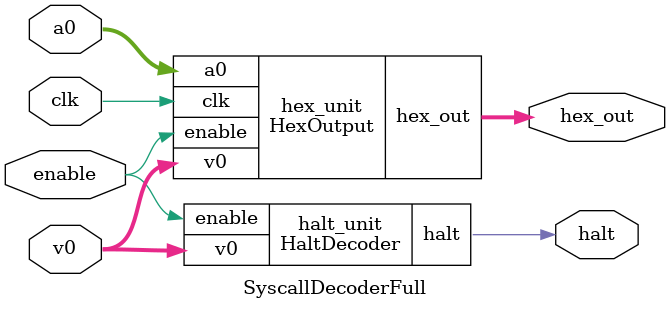
<source format=v>

module Comparator8 (
    input  wire [7:0] a,
    input  wire [7:0] b,
    output wire       eq
);
    assign eq = (a == b);
endmodule

module Mux2 (
    input  wire sel,   // Enable
    input  wire in0,   // 
    input  wire in1,   // q
    output wire out
);
    assign out = sel ? in1 : in0;
endmodule

module HaltDecoder (
    input  wire [7:0] v0,   
    input  wire       enable,  
    output wire       halt     
);
    wire eq_result;

    Comparator8 cmp (
        .a(v0),
        .b(8'd10),
        .eq(eq_result)
    );

   
    Mux2 mux (
        .sel(enable),
        .in0(1'b0),
        .in1(eq_result),
        .out(halt)
    );
endmodule

module HexOutput(
    input  wire        clk,
    input  wire        enable,
    input  wire [7:0]  v0,    
    input  wire [31:0] a0,   
    output reg  [31:0] hex_out 
);

    always @(posedge clk) begin
        if (enable && v0 == 8'd1) begin
            hex_out <= a0;
        end
    end

endmodule


module SyscallDecoderFull (
    input  wire        clk,
    input  wire        enable,
    input  wire [7:0]  v0,
    input  wire [31:0] a0,
    output wire        halt,
    output wire [31:0] hex_out
);

   
    HaltDecoder halt_unit (
        .v0(v0),
        .enable(enable),
        .halt(halt)
    );

  
    HexOutput hex_unit (
        .clk(clk),
        .enable(enable),
        .v0(v0),
        .a0(a0),
        .hex_out(hex_out)
    );

endmodule
</source>
